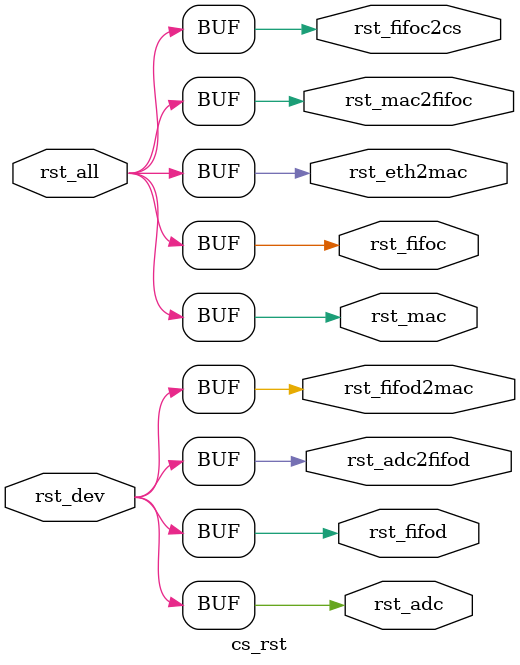
<source format=v>
module cs_rst(
    input rst_all,
    input rst_dev,

    output rst_mac,
    output rst_adc,
    output rst_fifod,
    output rst_fifoc,
    output rst_eth2mac,
    output rst_mac2fifoc,
    output rst_fifoc2cs,
    output rst_adc2fifod,
    output rst_fifod2mac
);
    assign rst_mac = rst_all;
    assign rst_adc = rst_dev;
    assign rst_fifod = rst_dev;
    assign rst_fifoc = rst_all;
    assign rst_eth2mac = rst_all;
    assign rst_mac2fifoc = rst_all;
    assign rst_fifoc2cs = rst_all;
    assign rst_adc2fifod = rst_dev;
    assign rst_fifod2mac = rst_dev;

endmodule
</source>
